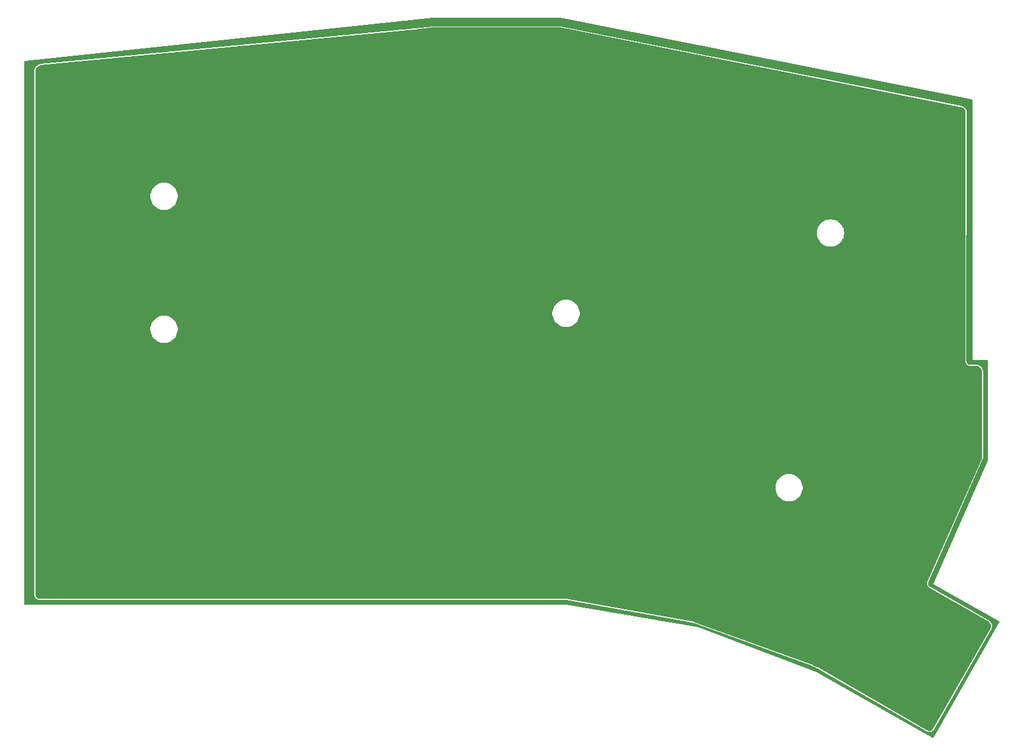
<source format=gbr>
G04 #@! TF.GenerationSoftware,KiCad,Pcbnew,8.0.0*
G04 #@! TF.CreationDate,2024-03-14T17:27:31+09:00*
G04 #@! TF.ProjectId,Pinky3,50696e6b-7933-42e6-9b69-6361645f7063,0.3*
G04 #@! TF.SameCoordinates,Original*
G04 #@! TF.FileFunction,Copper,L1,Top*
G04 #@! TF.FilePolarity,Positive*
%FSLAX46Y46*%
G04 Gerber Fmt 4.6, Leading zero omitted, Abs format (unit mm)*
G04 Created by KiCad (PCBNEW 8.0.0) date 2024-03-14 17:27:31*
%MOMM*%
%LPD*%
G01*
G04 APERTURE LIST*
G04 APERTURE END LIST*
G04 #@! TA.AperFunction,Conductor*
G36*
X116204717Y-54377900D02*
G01*
X173545529Y-65735396D01*
X173579835Y-65753019D01*
X173580875Y-65750808D01*
X173598932Y-65759295D01*
X173598933Y-65759295D01*
X173598935Y-65759297D01*
X173617379Y-65761619D01*
X173629060Y-65763654D01*
X173740608Y-65788551D01*
X173746044Y-65789765D01*
X173768627Y-65797098D01*
X173831236Y-65824185D01*
X173873133Y-65842312D01*
X173893935Y-65853749D01*
X173988108Y-65917772D01*
X174006400Y-65932914D01*
X174086883Y-66013464D01*
X174102009Y-66031769D01*
X174165946Y-66125984D01*
X174177369Y-66146800D01*
X174222498Y-66251344D01*
X174229813Y-66273937D01*
X174253491Y-66380443D01*
X174256494Y-66407851D01*
X174238472Y-102052762D01*
X174238452Y-102052902D01*
X174238452Y-102095583D01*
X174238437Y-102122574D01*
X174238487Y-102123083D01*
X174238487Y-102171886D01*
X174238487Y-102171890D01*
X174238488Y-102171892D01*
X174268290Y-102321710D01*
X174326746Y-102462837D01*
X174411610Y-102589849D01*
X174479913Y-102658155D01*
X174519621Y-102697865D01*
X174519623Y-102697867D01*
X174646628Y-102782734D01*
X174646628Y-102782735D01*
X174681909Y-102797350D01*
X174787752Y-102841198D01*
X174937570Y-102871008D01*
X175013755Y-102871012D01*
X175855358Y-102875274D01*
X175856757Y-102875500D01*
X175875469Y-102875500D01*
X175893821Y-102875500D01*
X175906171Y-102876106D01*
X176028990Y-102888204D01*
X176053213Y-102893022D01*
X176165380Y-102927047D01*
X176188198Y-102936499D01*
X176291565Y-102991749D01*
X176312103Y-103005472D01*
X176402706Y-103079828D01*
X176420171Y-103097293D01*
X176494527Y-103187896D01*
X176508250Y-103208434D01*
X176563499Y-103311798D01*
X176572952Y-103334619D01*
X176606977Y-103446786D01*
X176611795Y-103471010D01*
X176623893Y-103593835D01*
X176624500Y-103606186D01*
X176624500Y-116057349D01*
X176613694Y-116108401D01*
X168832871Y-133665125D01*
X168830377Y-133670419D01*
X168799597Y-133731982D01*
X168797291Y-133740404D01*
X168760768Y-133873773D01*
X168750347Y-134020415D01*
X168763385Y-134123839D01*
X168768735Y-134166280D01*
X168768736Y-134166281D01*
X168815221Y-134305739D01*
X168888025Y-134433456D01*
X168888027Y-134433458D01*
X168888028Y-134433460D01*
X168984351Y-134544521D01*
X169100490Y-134634656D01*
X169161222Y-134665022D01*
X169167386Y-134668321D01*
X175876990Y-138502379D01*
X177408510Y-139377534D01*
X177557161Y-139462477D01*
X177567571Y-139469123D01*
X177653887Y-139530397D01*
X177669229Y-139541288D01*
X177687871Y-139557490D01*
X177769214Y-139643567D01*
X177784338Y-139663097D01*
X177847322Y-139763385D01*
X177858345Y-139785489D01*
X177900554Y-139896139D01*
X177907051Y-139919959D01*
X177926864Y-140036729D01*
X177928589Y-140061363D01*
X177925241Y-140179748D01*
X177922126Y-140204250D01*
X177895749Y-140319702D01*
X177887913Y-140343128D01*
X177836975Y-140456893D01*
X177831378Y-140467911D01*
X177812722Y-140500561D01*
X177812576Y-140500947D01*
X169642222Y-154848886D01*
X169629084Y-154867726D01*
X169553171Y-154957817D01*
X169532688Y-154977223D01*
X169439935Y-155047179D01*
X169415648Y-155061540D01*
X169309651Y-155109104D01*
X169282777Y-155117700D01*
X169168858Y-155140483D01*
X169140747Y-155142884D01*
X169024611Y-155139748D01*
X168996667Y-155135833D01*
X168884142Y-155106932D01*
X168857775Y-155096899D01*
X168748161Y-155040416D01*
X168736004Y-155033262D01*
X168715970Y-155019908D01*
X168702219Y-155014116D01*
X153160985Y-146048019D01*
X153152677Y-146042785D01*
X153143545Y-146036521D01*
X153143544Y-146036520D01*
X153140714Y-146035307D01*
X153127392Y-146028638D01*
X153124723Y-146027098D01*
X153114219Y-146023536D01*
X153105055Y-146020024D01*
X152452492Y-145740354D01*
X152442002Y-145734954D01*
X152431088Y-145730973D01*
X152424640Y-145728418D01*
X152413960Y-145723841D01*
X152402611Y-145720587D01*
X135503796Y-139557490D01*
X135449727Y-139537770D01*
X135439076Y-139533324D01*
X135432882Y-139530398D01*
X135432881Y-139530397D01*
X135432879Y-139530396D01*
X135432878Y-139530396D01*
X135428566Y-139529318D01*
X135415955Y-139525454D01*
X135411757Y-139523923D01*
X135404959Y-139522872D01*
X135393655Y-139520590D01*
X134642065Y-139332692D01*
X134628511Y-139328375D01*
X134620082Y-139326882D01*
X134611505Y-139325052D01*
X134603209Y-139322978D01*
X134589059Y-139321385D01*
X117134816Y-136229491D01*
X117123478Y-136226182D01*
X117112888Y-136224076D01*
X117100553Y-136222992D01*
X117089751Y-136223219D01*
X117078015Y-136224500D01*
X41707079Y-136224500D01*
X41692971Y-136223708D01*
X41575140Y-136210431D01*
X41547633Y-136204152D01*
X41514001Y-136192384D01*
X41442439Y-136167343D01*
X41417020Y-136155102D01*
X41369835Y-136125454D01*
X41322648Y-136095805D01*
X41300591Y-136078214D01*
X41221785Y-135999408D01*
X41204195Y-135977352D01*
X41144896Y-135882978D01*
X41132656Y-135857560D01*
X41121686Y-135826210D01*
X41095845Y-135752359D01*
X41089569Y-135724863D01*
X41076292Y-135607027D01*
X41075500Y-135592920D01*
X41075500Y-120427845D01*
X147049500Y-120427845D01*
X147082872Y-120681332D01*
X147082873Y-120681338D01*
X147082874Y-120681340D01*
X147149050Y-120928313D01*
X147246896Y-121164535D01*
X147246897Y-121164536D01*
X147246902Y-121164546D01*
X147374736Y-121385961D01*
X147374741Y-121385967D01*
X147530385Y-121588807D01*
X147530404Y-121588828D01*
X147711171Y-121769595D01*
X147711181Y-121769604D01*
X147711187Y-121769610D01*
X147914035Y-121925261D01*
X148135465Y-122053104D01*
X148371687Y-122150950D01*
X148618660Y-122217126D01*
X148618666Y-122217126D01*
X148618667Y-122217127D01*
X148647751Y-122220956D01*
X148872157Y-122250500D01*
X148872164Y-122250500D01*
X149127836Y-122250500D01*
X149127843Y-122250500D01*
X149381340Y-122217126D01*
X149628313Y-122150950D01*
X149864535Y-122053104D01*
X150085965Y-121925261D01*
X150288813Y-121769610D01*
X150469610Y-121588813D01*
X150625261Y-121385965D01*
X150753104Y-121164535D01*
X150850950Y-120928313D01*
X150917126Y-120681340D01*
X150950500Y-120427843D01*
X150950500Y-120172157D01*
X150917126Y-119918660D01*
X150850950Y-119671687D01*
X150753104Y-119435465D01*
X150625261Y-119214035D01*
X150469610Y-119011187D01*
X150469604Y-119011181D01*
X150469595Y-119011171D01*
X150288828Y-118830404D01*
X150288807Y-118830385D01*
X150195548Y-118758825D01*
X150085965Y-118674739D01*
X150085963Y-118674738D01*
X150085961Y-118674736D01*
X149864546Y-118546902D01*
X149864541Y-118546899D01*
X149864535Y-118546896D01*
X149628313Y-118449050D01*
X149381340Y-118382874D01*
X149381338Y-118382873D01*
X149381332Y-118382872D01*
X149127845Y-118349500D01*
X149127843Y-118349500D01*
X148872157Y-118349500D01*
X148872154Y-118349500D01*
X148618667Y-118382872D01*
X148371687Y-118449050D01*
X148135463Y-118546897D01*
X148135453Y-118546902D01*
X147914038Y-118674736D01*
X147914032Y-118674741D01*
X147711192Y-118830385D01*
X147711171Y-118830404D01*
X147530404Y-119011171D01*
X147530385Y-119011192D01*
X147374741Y-119214032D01*
X147374736Y-119214038D01*
X147246902Y-119435453D01*
X147246897Y-119435463D01*
X147149050Y-119671687D01*
X147082872Y-119918667D01*
X147049500Y-120172154D01*
X147049500Y-120427845D01*
X41075500Y-120427845D01*
X41075500Y-97727845D01*
X57549500Y-97727845D01*
X57582872Y-97981332D01*
X57582873Y-97981338D01*
X57582874Y-97981340D01*
X57649050Y-98228313D01*
X57746896Y-98464535D01*
X57746897Y-98464536D01*
X57746902Y-98464546D01*
X57874736Y-98685961D01*
X57874741Y-98685967D01*
X58030385Y-98888807D01*
X58030404Y-98888828D01*
X58211171Y-99069595D01*
X58211181Y-99069604D01*
X58211187Y-99069610D01*
X58414035Y-99225261D01*
X58635465Y-99353104D01*
X58871687Y-99450950D01*
X59118660Y-99517126D01*
X59118666Y-99517126D01*
X59118667Y-99517127D01*
X59147751Y-99520956D01*
X59372157Y-99550500D01*
X59372164Y-99550500D01*
X59627836Y-99550500D01*
X59627843Y-99550500D01*
X59881340Y-99517126D01*
X60128313Y-99450950D01*
X60364535Y-99353104D01*
X60585965Y-99225261D01*
X60788813Y-99069610D01*
X60969610Y-98888813D01*
X61125261Y-98685965D01*
X61253104Y-98464535D01*
X61350950Y-98228313D01*
X61417126Y-97981340D01*
X61450500Y-97727843D01*
X61450500Y-97472157D01*
X61417126Y-97218660D01*
X61350950Y-96971687D01*
X61253104Y-96735465D01*
X61125261Y-96514035D01*
X60969610Y-96311187D01*
X60969604Y-96311181D01*
X60969595Y-96311171D01*
X60788828Y-96130404D01*
X60788807Y-96130385D01*
X60695548Y-96058825D01*
X60585965Y-95974739D01*
X60585963Y-95974738D01*
X60585961Y-95974736D01*
X60364546Y-95846902D01*
X60364541Y-95846899D01*
X60364535Y-95846896D01*
X60128313Y-95749050D01*
X59881340Y-95682874D01*
X59881338Y-95682873D01*
X59881332Y-95682872D01*
X59627845Y-95649500D01*
X59627843Y-95649500D01*
X59372157Y-95649500D01*
X59372154Y-95649500D01*
X59118667Y-95682872D01*
X58871687Y-95749050D01*
X58635463Y-95846897D01*
X58635453Y-95846902D01*
X58414038Y-95974736D01*
X58414032Y-95974741D01*
X58211192Y-96130385D01*
X58211171Y-96130404D01*
X58030404Y-96311171D01*
X58030385Y-96311192D01*
X57874741Y-96514032D01*
X57874736Y-96514038D01*
X57746902Y-96735453D01*
X57746897Y-96735463D01*
X57746896Y-96735465D01*
X57723009Y-96793134D01*
X57649050Y-96971687D01*
X57582872Y-97218667D01*
X57549500Y-97472154D01*
X57549500Y-97727845D01*
X41075500Y-97727845D01*
X41075500Y-95451365D01*
X115127115Y-95451365D01*
X115160487Y-95704852D01*
X115160488Y-95704858D01*
X115160489Y-95704860D01*
X115226665Y-95951833D01*
X115324511Y-96188055D01*
X115324512Y-96188056D01*
X115324517Y-96188066D01*
X115452351Y-96409481D01*
X115452356Y-96409487D01*
X115608000Y-96612327D01*
X115608019Y-96612348D01*
X115788786Y-96793115D01*
X115788796Y-96793124D01*
X115788802Y-96793130D01*
X115991650Y-96948781D01*
X116213080Y-97076624D01*
X116449302Y-97174470D01*
X116696275Y-97240646D01*
X116696281Y-97240646D01*
X116696282Y-97240647D01*
X116725366Y-97244476D01*
X116949772Y-97274020D01*
X116949779Y-97274020D01*
X117205451Y-97274020D01*
X117205458Y-97274020D01*
X117458955Y-97240646D01*
X117705928Y-97174470D01*
X117942150Y-97076624D01*
X118163580Y-96948781D01*
X118366428Y-96793130D01*
X118547225Y-96612333D01*
X118702876Y-96409485D01*
X118830719Y-96188055D01*
X118928565Y-95951833D01*
X118994741Y-95704860D01*
X119028115Y-95451363D01*
X119028115Y-95195677D01*
X118994741Y-94942180D01*
X118928565Y-94695207D01*
X118830719Y-94458985D01*
X118702876Y-94237555D01*
X118547225Y-94034707D01*
X118547219Y-94034701D01*
X118547210Y-94034691D01*
X118366443Y-93853924D01*
X118366422Y-93853905D01*
X118273163Y-93782345D01*
X118163580Y-93698259D01*
X118163578Y-93698258D01*
X118163576Y-93698256D01*
X117942161Y-93570422D01*
X117942156Y-93570419D01*
X117942150Y-93570416D01*
X117705928Y-93472570D01*
X117458955Y-93406394D01*
X117458953Y-93406393D01*
X117458947Y-93406392D01*
X117205460Y-93373020D01*
X117205458Y-93373020D01*
X116949772Y-93373020D01*
X116949769Y-93373020D01*
X116696282Y-93406392D01*
X116449302Y-93472570D01*
X116213078Y-93570417D01*
X116213068Y-93570422D01*
X115991653Y-93698256D01*
X115991647Y-93698261D01*
X115788807Y-93853905D01*
X115788786Y-93853924D01*
X115608019Y-94034691D01*
X115608000Y-94034712D01*
X115452356Y-94237552D01*
X115452351Y-94237558D01*
X115324517Y-94458973D01*
X115324512Y-94458983D01*
X115226665Y-94695207D01*
X115160487Y-94942187D01*
X115127115Y-95195674D01*
X115127115Y-95451365D01*
X41075500Y-95451365D01*
X41075500Y-83947845D01*
X152989500Y-83947845D01*
X153022872Y-84201332D01*
X153022873Y-84201338D01*
X153022874Y-84201340D01*
X153089050Y-84448313D01*
X153186896Y-84684535D01*
X153186897Y-84684536D01*
X153186902Y-84684546D01*
X153314736Y-84905961D01*
X153314741Y-84905967D01*
X153470385Y-85108807D01*
X153470404Y-85108828D01*
X153651171Y-85289595D01*
X153651181Y-85289604D01*
X153651187Y-85289610D01*
X153854035Y-85445261D01*
X154075465Y-85573104D01*
X154311687Y-85670950D01*
X154558660Y-85737126D01*
X154558666Y-85737126D01*
X154558667Y-85737127D01*
X154587751Y-85740956D01*
X154812157Y-85770500D01*
X154812164Y-85770500D01*
X155067836Y-85770500D01*
X155067843Y-85770500D01*
X155321340Y-85737126D01*
X155568313Y-85670950D01*
X155804535Y-85573104D01*
X156025965Y-85445261D01*
X156228813Y-85289610D01*
X156409610Y-85108813D01*
X156565261Y-84905965D01*
X156693104Y-84684535D01*
X156790950Y-84448313D01*
X156857126Y-84201340D01*
X156890500Y-83947843D01*
X156890500Y-83692157D01*
X156857126Y-83438660D01*
X156790950Y-83191687D01*
X156693104Y-82955465D01*
X156565261Y-82734035D01*
X156409610Y-82531187D01*
X156409604Y-82531181D01*
X156409595Y-82531171D01*
X156228828Y-82350404D01*
X156228807Y-82350385D01*
X156135548Y-82278825D01*
X156025965Y-82194739D01*
X156025963Y-82194738D01*
X156025961Y-82194736D01*
X155804546Y-82066902D01*
X155804541Y-82066899D01*
X155804535Y-82066896D01*
X155568313Y-81969050D01*
X155321340Y-81902874D01*
X155321338Y-81902873D01*
X155321332Y-81902872D01*
X155067845Y-81869500D01*
X155067843Y-81869500D01*
X154812157Y-81869500D01*
X154812154Y-81869500D01*
X154558667Y-81902872D01*
X154311687Y-81969050D01*
X154075463Y-82066897D01*
X154075453Y-82066902D01*
X153854038Y-82194736D01*
X153854032Y-82194741D01*
X153651192Y-82350385D01*
X153651171Y-82350404D01*
X153470404Y-82531171D01*
X153470385Y-82531192D01*
X153314741Y-82734032D01*
X153314736Y-82734038D01*
X153186902Y-82955453D01*
X153186897Y-82955463D01*
X153089050Y-83191687D01*
X153022872Y-83438667D01*
X152989500Y-83692154D01*
X152989500Y-83947845D01*
X41075500Y-83947845D01*
X41075500Y-78677845D01*
X57549500Y-78677845D01*
X57582872Y-78931332D01*
X57582873Y-78931338D01*
X57582874Y-78931340D01*
X57649050Y-79178313D01*
X57746896Y-79414535D01*
X57746897Y-79414536D01*
X57746902Y-79414546D01*
X57874736Y-79635961D01*
X57874741Y-79635967D01*
X58030385Y-79838807D01*
X58030404Y-79838828D01*
X58211171Y-80019595D01*
X58211181Y-80019604D01*
X58211187Y-80019610D01*
X58414035Y-80175261D01*
X58635465Y-80303104D01*
X58871687Y-80400950D01*
X59118660Y-80467126D01*
X59118666Y-80467126D01*
X59118667Y-80467127D01*
X59147751Y-80470956D01*
X59372157Y-80500500D01*
X59372164Y-80500500D01*
X59627836Y-80500500D01*
X59627843Y-80500500D01*
X59881340Y-80467126D01*
X60128313Y-80400950D01*
X60364535Y-80303104D01*
X60585965Y-80175261D01*
X60788813Y-80019610D01*
X60969610Y-79838813D01*
X61125261Y-79635965D01*
X61253104Y-79414535D01*
X61350950Y-79178313D01*
X61417126Y-78931340D01*
X61450500Y-78677843D01*
X61450500Y-78422157D01*
X61417126Y-78168660D01*
X61350950Y-77921687D01*
X61253104Y-77685465D01*
X61125261Y-77464035D01*
X60969610Y-77261187D01*
X60969604Y-77261181D01*
X60969595Y-77261171D01*
X60788828Y-77080404D01*
X60788807Y-77080385D01*
X60695548Y-77008825D01*
X60585965Y-76924739D01*
X60585963Y-76924738D01*
X60585961Y-76924736D01*
X60364546Y-76796902D01*
X60364541Y-76796899D01*
X60364535Y-76796896D01*
X60128313Y-76699050D01*
X59881340Y-76632874D01*
X59881338Y-76632873D01*
X59881332Y-76632872D01*
X59627845Y-76599500D01*
X59627843Y-76599500D01*
X59372157Y-76599500D01*
X59372154Y-76599500D01*
X59118667Y-76632872D01*
X58871687Y-76699050D01*
X58635463Y-76796897D01*
X58635453Y-76796902D01*
X58414038Y-76924736D01*
X58414032Y-76924741D01*
X58211192Y-77080385D01*
X58211171Y-77080404D01*
X58030404Y-77261171D01*
X58030385Y-77261192D01*
X57874741Y-77464032D01*
X57874736Y-77464038D01*
X57746902Y-77685453D01*
X57746897Y-77685463D01*
X57649050Y-77921687D01*
X57582872Y-78168667D01*
X57549500Y-78422154D01*
X57549500Y-78677845D01*
X41075500Y-78677845D01*
X41075500Y-60533525D01*
X41079477Y-60502120D01*
X41083888Y-60484982D01*
X41106463Y-60397265D01*
X41113662Y-60376792D01*
X41171706Y-60248352D01*
X41182314Y-60229419D01*
X41261546Y-60112851D01*
X41275240Y-60096028D01*
X41373314Y-59994790D01*
X41389701Y-59980562D01*
X41503690Y-59897670D01*
X41522284Y-59886463D01*
X41648804Y-59824375D01*
X41669041Y-59816528D01*
X41801400Y-59777941D01*
X41824621Y-59773484D01*
X95318962Y-54642588D01*
X98097605Y-54376076D01*
X98109635Y-54375500D01*
X116180237Y-54375500D01*
X116204717Y-54377900D01*
G37*
G04 #@! TD.AperFunction*
G04 #@! TA.AperFunction,Conductor*
G36*
X116312144Y-53002409D02*
G01*
X175158526Y-64679863D01*
X175221450Y-64712742D01*
X175256610Y-64774421D01*
X175260000Y-64803453D01*
X175260000Y-102000000D01*
X177374000Y-102000000D01*
X177442121Y-102020002D01*
X177488614Y-102073658D01*
X177500000Y-102126000D01*
X177500000Y-116373157D01*
X177489060Y-116424511D01*
X169654864Y-133977077D01*
X169600000Y-134100000D01*
X179089151Y-139437647D01*
X179138717Y-139488478D01*
X179152934Y-139558036D01*
X179136615Y-139610261D01*
X169662512Y-156091254D01*
X169611222Y-156140344D01*
X169541533Y-156153911D01*
X169490974Y-156137979D01*
X152900000Y-146700000D01*
X152899999Y-146699999D01*
X152899998Y-146699999D01*
X136000004Y-140300001D01*
X136000001Y-140300000D01*
X136000000Y-140300000D01*
X117100000Y-137100000D01*
X117099998Y-137100000D01*
X39626000Y-137100000D01*
X39557879Y-137079998D01*
X39511386Y-137026342D01*
X39500000Y-136974000D01*
X39500000Y-60543605D01*
X40915641Y-60543605D01*
X40918595Y-60563340D01*
X40917994Y-60563429D01*
X40924500Y-60591043D01*
X40924500Y-135676382D01*
X40939615Y-135752367D01*
X40954302Y-135826205D01*
X41012761Y-135967337D01*
X41069468Y-136052205D01*
X41097629Y-136094351D01*
X41097634Y-136094357D01*
X41205642Y-136202365D01*
X41205648Y-136202370D01*
X41332663Y-136287239D01*
X41473795Y-136345698D01*
X41623620Y-136375500D01*
X41684982Y-136375500D01*
X116084982Y-136375500D01*
X117082293Y-136375500D01*
X117104271Y-136377432D01*
X134579933Y-139473119D01*
X134588472Y-139474940D01*
X135371456Y-139670687D01*
X135384051Y-139674547D01*
X152003259Y-145735671D01*
X152368902Y-145869023D01*
X152375365Y-145871584D01*
X152774835Y-146042785D01*
X153059284Y-146164691D01*
X153072613Y-146171363D01*
X153988917Y-146700000D01*
X168656618Y-155162136D01*
X168663544Y-155166436D01*
X168723406Y-155206343D01*
X168850249Y-155258727D01*
X168868439Y-155266239D01*
X169022374Y-155296691D01*
X169179292Y-155296527D01*
X169333164Y-155265753D01*
X169478074Y-155205551D01*
X169608456Y-155118236D01*
X169719298Y-155007161D01*
X169749239Y-154962249D01*
X169757929Y-154950843D01*
X169758173Y-154950413D01*
X169758177Y-154950411D01*
X169762110Y-154943502D01*
X169766733Y-154936009D01*
X169776427Y-154921468D01*
X169776426Y-154921466D01*
X169779629Y-154916664D01*
X169785785Y-154901927D01*
X177965732Y-140537143D01*
X177965825Y-140536980D01*
X177996155Y-140483901D01*
X178008637Y-140462058D01*
X178063734Y-140297344D01*
X178085637Y-140125046D01*
X178073506Y-139951785D01*
X178027806Y-139784221D01*
X177950295Y-139628791D01*
X177843950Y-139491470D01*
X177840507Y-139488478D01*
X177818248Y-139469132D01*
X177712858Y-139377534D01*
X177650498Y-139341899D01*
X169273399Y-134554985D01*
X169262943Y-134547060D01*
X169240095Y-134535635D01*
X169227837Y-134528621D01*
X169189677Y-134503846D01*
X169133858Y-134467606D01*
X169112065Y-134449690D01*
X169096306Y-134433456D01*
X169038984Y-134374406D01*
X169021729Y-134352097D01*
X168967230Y-134262434D01*
X168955369Y-134236838D01*
X168922192Y-134137305D01*
X168916323Y-134109709D01*
X168915375Y-134100000D01*
X168906125Y-134005282D01*
X168906543Y-133977085D01*
X168919838Y-133873003D01*
X168926524Y-133845597D01*
X168965095Y-133740404D01*
X168970697Y-133727428D01*
X168982814Y-133703195D01*
X168985969Y-133692354D01*
X176758479Y-116154384D01*
X176761363Y-116149146D01*
X176764004Y-116142768D01*
X176764006Y-116142767D01*
X176768838Y-116131098D01*
X176769996Y-116128397D01*
X176775110Y-116116861D01*
X176775110Y-116116857D01*
X176775165Y-116116734D01*
X176775500Y-116115154D01*
X176775500Y-116102459D01*
X176775538Y-116099373D01*
X176776013Y-116079964D01*
X176775500Y-116073998D01*
X176775500Y-103513772D01*
X176775499Y-103513768D01*
X176764537Y-103458657D01*
X176741855Y-103344626D01*
X176675858Y-103185295D01*
X176580045Y-103041901D01*
X176458099Y-102919955D01*
X176314705Y-102824142D01*
X176155374Y-102758145D01*
X175986231Y-102724500D01*
X175986229Y-102724500D01*
X175900437Y-102724500D01*
X175899799Y-102724498D01*
X175058491Y-102720237D01*
X175057121Y-102720016D01*
X175021031Y-102720013D01*
X175006929Y-102719220D01*
X174889103Y-102705937D01*
X174861598Y-102699657D01*
X174829075Y-102688275D01*
X174756409Y-102662844D01*
X174730991Y-102650602D01*
X174636627Y-102591305D01*
X174614570Y-102573714D01*
X174575155Y-102534297D01*
X174535764Y-102494903D01*
X174518175Y-102472846D01*
X174511886Y-102462837D01*
X174458880Y-102378475D01*
X174446645Y-102353070D01*
X174409833Y-102247866D01*
X174403557Y-102220374D01*
X174390246Y-102102247D01*
X174389455Y-102088104D01*
X174407484Y-66427170D01*
X174409748Y-66403462D01*
X174409962Y-66402343D01*
X174409965Y-66402339D01*
X174408484Y-66390498D01*
X174407511Y-66374805D01*
X174407513Y-66372385D01*
X174407511Y-66372382D01*
X174407512Y-66372379D01*
X174405098Y-66360206D01*
X174405958Y-66360035D01*
X174403608Y-66351123D01*
X174396659Y-66295165D01*
X174345237Y-66136351D01*
X174282433Y-66021899D01*
X174264934Y-65990009D01*
X174264932Y-65990006D01*
X174158598Y-65861329D01*
X174158596Y-65861327D01*
X174135624Y-65842311D01*
X174030004Y-65754882D01*
X173964153Y-65718675D01*
X173883726Y-65674455D01*
X173801044Y-65647607D01*
X173724955Y-65622901D01*
X173724953Y-65622900D01*
X173724954Y-65622900D01*
X173717569Y-65621977D01*
X173682035Y-65608751D01*
X173681188Y-65610801D01*
X173669720Y-65606061D01*
X116234214Y-54229809D01*
X116219866Y-54225463D01*
X116210401Y-54223581D01*
X116204650Y-54223017D01*
X116194988Y-54223024D01*
X116180072Y-54224500D01*
X98124865Y-54224500D01*
X98112195Y-54223861D01*
X98107741Y-54223410D01*
X98102392Y-54223924D01*
X98090362Y-54224500D01*
X98084979Y-54224500D01*
X98080572Y-54225376D01*
X98068036Y-54227218D01*
X41832518Y-59621034D01*
X41810991Y-59620806D01*
X41795244Y-59623955D01*
X41782585Y-59625823D01*
X41777843Y-59626278D01*
X41772282Y-59627949D01*
X41760622Y-59630853D01*
X41692284Y-59644450D01*
X41692274Y-59644453D01*
X41515632Y-59712953D01*
X41515628Y-59712955D01*
X41353361Y-59810769D01*
X41210302Y-59934982D01*
X41210293Y-59934993D01*
X41090678Y-60081930D01*
X40998073Y-60247213D01*
X40998071Y-60247216D01*
X40998071Y-60247218D01*
X40952504Y-60376787D01*
X40935212Y-60425955D01*
X40935210Y-60425962D01*
X40928371Y-60467120D01*
X40926751Y-60472788D01*
X40926917Y-60472821D01*
X40923802Y-60488489D01*
X40922796Y-60500688D01*
X40919706Y-60519287D01*
X40919686Y-60519409D01*
X40915641Y-60543605D01*
X39500000Y-60543605D01*
X39500000Y-59313351D01*
X39520002Y-59245230D01*
X39573658Y-59198737D01*
X39612718Y-59188053D01*
X97993376Y-53000701D01*
X98006655Y-53000000D01*
X116287620Y-53000000D01*
X116312144Y-53002409D01*
G37*
G04 #@! TD.AperFunction*
M02*

</source>
